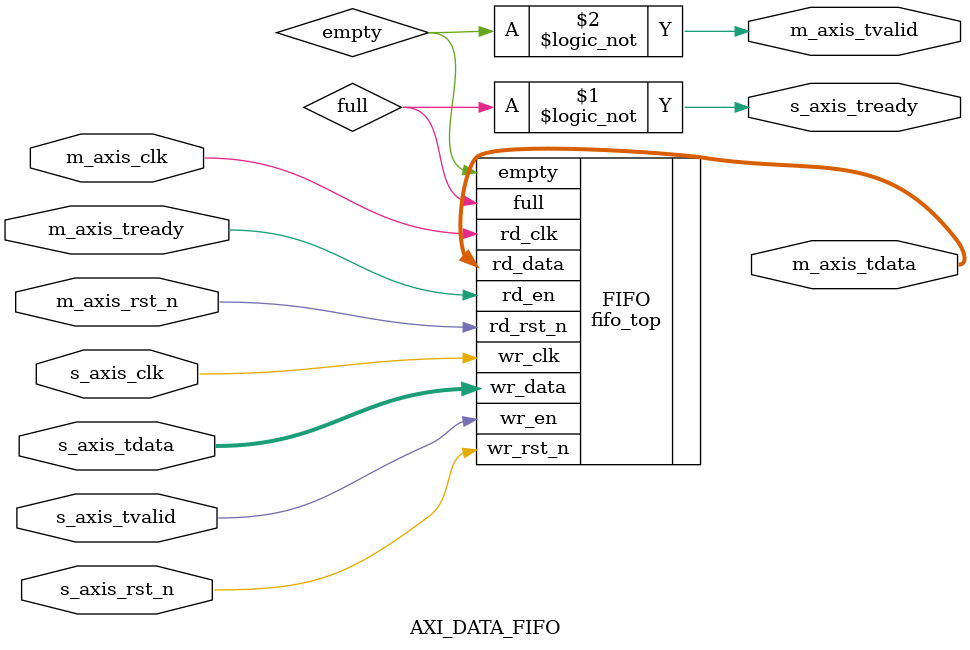
<source format=sv>
module AXI_DATA_FIFO #(
    parameter FIFO_DEPTH = 16 ,
    parameter FIFO_WIDTH = 32
) (
    /* MASTER AXIS INTERFACE */
        input logic m_axis_rst_n ,
        input logic m_axis_clk ,
        input logic m_axis_tready ,
        output logic m_axis_tvalid ,
        output logic [FIFO_WIDTH-1:0]m_axis_tdata ,
    /* SLAVE AXIS INTERFACE */
        input logic s_axis_rst_n ,
        input logic s_axis_clk ,
        output logic s_axis_tready ,
        input logic s_axis_tvalid ,
        input logic [FIFO_WIDTH-1:0]s_axis_tdata 
);

    wire full  ;
    wire empty ;

    fifo_top #(
        .FIFO_DEPTH(FIFO_DEPTH),
        .FIFO_WIDTH(FIFO_WIDTH)
    ) FIFO (
        .wr_clk         (s_axis_clk     ),
        .wr_rst_n       (s_axis_rst_n   ),
        .wr_en          (s_axis_tvalid  ),
        .wr_data        (s_axis_tdata   ),
        .full           (full           ),

        .rd_rst_n       (m_axis_rst_n   ),
        .rd_clk         (m_axis_clk     ),
        .empty          (empty          ),
        .rd_en          (m_axis_tready  ),
        .rd_data        (m_axis_tdata   )
    );

    assign s_axis_tready = !full ;
    assign m_axis_tvalid = !empty ;

endmodule
</source>
